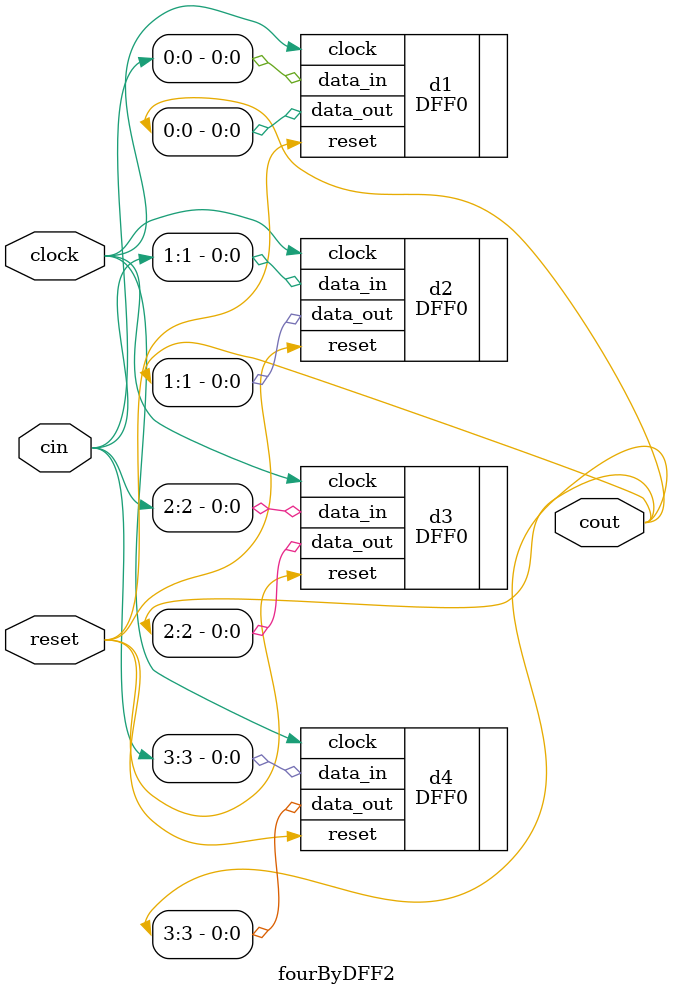
<source format=v>
module mod6Count(clock,inc,reset,count);

output [3:0]count;

input clock,inc,reset;

wire [3:0]w;
wire rst;
wire ext;
wire clockout;
wire ceq9;

assign rst = (ceq9 & inc) | (reset);

fourByDFF2 m61(.clock(clock), .cin(w), .reset(rst),.cout(count));

assign ceq9 = (count == 4'b 0101)? 1 : 0;

fourBitRippleCarry G2(.A(count),.inc(inc),.sum(w),.cout(ext));

endmodule


module fourByDFF2(clock,cin,reset,cout);

input clock;
input [3:0]cin;
input reset;
output [3:0]cout;

DFF0 d1(.data_in(cin[0]), .clock(clock), .reset(reset), .data_out(cout[0]));
DFF0 d2(.data_in(cin[1]), .clock(clock), .reset(reset), .data_out(cout[1]));
DFF0 d3(.data_in(cin[2]), .clock(clock), .reset(reset), .data_out(cout[2]));
DFF0 d4(.data_in(cin[3]), .clock(clock), .reset(reset), .data_out(cout[3]));

endmodule


</source>
